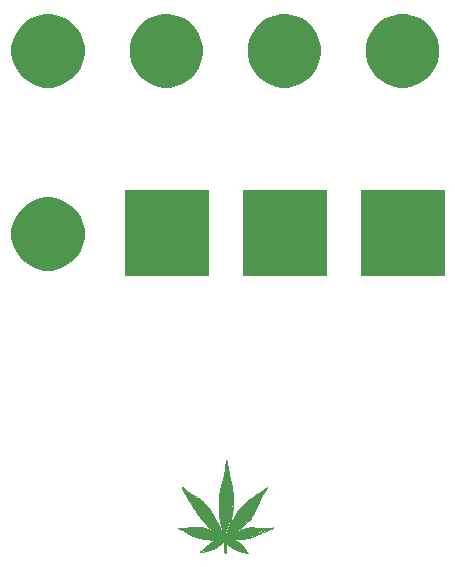
<source format=gbr>
G04 #@! TF.GenerationSoftware,KiCad,Pcbnew,(5.1.5-0)*
G04 #@! TF.CreationDate,2021-01-12T22:40:15-08:00*
G04 #@! TF.ProjectId,icbina,69636269-6e61-42e6-9b69-6361645f7063,rev?*
G04 #@! TF.SameCoordinates,Original*
G04 #@! TF.FileFunction,Soldermask,Top*
G04 #@! TF.FilePolarity,Negative*
%FSLAX46Y46*%
G04 Gerber Fmt 4.6, Leading zero omitted, Abs format (unit mm)*
G04 Created by KiCad (PCBNEW (5.1.5-0)) date 2021-01-12 22:40:15*
%MOMM*%
%LPD*%
G04 APERTURE LIST*
%ADD10C,0.100000*%
%ADD11C,0.000002*%
%ADD12C,0.001000*%
G04 APERTURE END LIST*
D10*
G36*
X118500000Y-131250000D02*
G01*
X111500000Y-131250000D01*
X111500000Y-124000000D01*
X118500000Y-124000000D01*
X118500000Y-131250000D01*
G37*
X118500000Y-131250000D02*
X111500000Y-131250000D01*
X111500000Y-124000000D01*
X118500000Y-124000000D01*
X118500000Y-131250000D01*
G36*
X128500000Y-131250000D02*
G01*
X121500000Y-131250000D01*
X121500000Y-124000000D01*
X128500000Y-124000000D01*
X128500000Y-131250000D01*
G37*
X128500000Y-131250000D02*
X121500000Y-131250000D01*
X121500000Y-124000000D01*
X128500000Y-124000000D01*
X128500000Y-131250000D01*
G36*
X138500000Y-131250000D02*
G01*
X131500000Y-131250000D01*
X131500000Y-124000000D01*
X138500000Y-124000000D01*
X138500000Y-131250000D01*
G37*
X138500000Y-131250000D02*
X131500000Y-131250000D01*
X131500000Y-124000000D01*
X138500000Y-124000000D01*
X138500000Y-131250000D01*
G36*
X120660400Y-153647650D02*
G01*
X121212850Y-153927050D01*
X121539875Y-154254075D01*
X121674813Y-154484263D01*
X121906588Y-154754138D01*
X121600200Y-154670000D01*
X121346200Y-154593800D01*
X121168400Y-154530300D01*
X120793750Y-154396950D01*
X120434975Y-154203275D01*
X120174625Y-153917525D01*
X120050800Y-153755600D01*
X120114300Y-153793700D01*
X120088900Y-153730200D01*
X120152400Y-153558750D01*
X120660400Y-153647650D01*
G37*
X120660400Y-153647650D02*
X121212850Y-153927050D01*
X121539875Y-154254075D01*
X121674813Y-154484263D01*
X121906588Y-154754138D01*
X121600200Y-154670000D01*
X121346200Y-154593800D01*
X121168400Y-154530300D01*
X120793750Y-154396950D01*
X120434975Y-154203275D01*
X120174625Y-153917525D01*
X120050800Y-153755600D01*
X120114300Y-153793700D01*
X120088900Y-153730200D01*
X120152400Y-153558750D01*
X120660400Y-153647650D01*
G36*
X119866650Y-153666700D02*
G01*
X119498350Y-154098500D01*
X119060200Y-154371550D01*
X118679200Y-154511250D01*
X117929900Y-154676350D01*
X118412500Y-154149300D01*
X118806200Y-153882600D01*
X119174500Y-153679400D01*
X119644400Y-153603200D01*
X119669800Y-153603200D01*
X119866650Y-153666700D01*
G37*
X119866650Y-153666700D02*
X119498350Y-154098500D01*
X119060200Y-154371550D01*
X118679200Y-154511250D01*
X117929900Y-154676350D01*
X118412500Y-154149300D01*
X118806200Y-153882600D01*
X119174500Y-153679400D01*
X119644400Y-153603200D01*
X119669800Y-153603200D01*
X119866650Y-153666700D01*
G36*
X123073400Y-152638000D02*
G01*
X123505200Y-152663400D01*
X124083207Y-152673943D01*
X123403600Y-152828500D01*
X122971800Y-153019000D01*
X122628900Y-153234900D01*
X122209800Y-153400000D01*
X121676400Y-153488900D01*
X121231900Y-153514300D01*
X120654050Y-153495250D01*
X120076200Y-153476200D01*
X120012700Y-153400000D01*
X120228600Y-153336500D01*
X120235585Y-153285700D01*
X120551815Y-153158700D01*
X121085850Y-152930100D01*
X121638300Y-152726900D01*
X122032000Y-152612600D01*
X122476500Y-152612600D01*
X123073400Y-152638000D01*
G37*
X123073400Y-152638000D02*
X123505200Y-152663400D01*
X124083207Y-152673943D01*
X123403600Y-152828500D01*
X122971800Y-153019000D01*
X122628900Y-153234900D01*
X122209800Y-153400000D01*
X121676400Y-153488900D01*
X121231900Y-153514300D01*
X120654050Y-153495250D01*
X120076200Y-153476200D01*
X120012700Y-153400000D01*
X120228600Y-153336500D01*
X120235585Y-153285700D01*
X120551815Y-153158700D01*
X121085850Y-152930100D01*
X121638300Y-152726900D01*
X122032000Y-152612600D01*
X122476500Y-152612600D01*
X123073400Y-152638000D01*
G36*
X123060700Y-149983700D02*
G01*
X122819400Y-150479000D01*
X122616200Y-150936200D01*
X122355850Y-151456900D01*
X122082800Y-151812500D01*
X121771650Y-152225250D01*
X121301750Y-152618950D01*
X120800100Y-152955500D01*
X119695200Y-153552400D01*
X119720600Y-153222200D01*
X120025400Y-153171400D01*
X120273050Y-152733250D01*
X120488950Y-152269700D01*
X120654050Y-151939500D01*
X120838200Y-151647400D01*
X121003300Y-151329900D01*
X121282700Y-150974300D01*
X121562100Y-150656800D01*
X121892300Y-150364700D01*
X122235200Y-150136100D01*
X122616200Y-149882100D01*
X123009900Y-149615400D01*
X123543300Y-149221700D01*
X123060700Y-149983700D01*
G37*
X123060700Y-149983700D02*
X122819400Y-150479000D01*
X122616200Y-150936200D01*
X122355850Y-151456900D01*
X122082800Y-151812500D01*
X121771650Y-152225250D01*
X121301750Y-152618950D01*
X120800100Y-152955500D01*
X119695200Y-153552400D01*
X119720600Y-153222200D01*
X120025400Y-153171400D01*
X120273050Y-152733250D01*
X120488950Y-152269700D01*
X120654050Y-151939500D01*
X120838200Y-151647400D01*
X121003300Y-151329900D01*
X121282700Y-150974300D01*
X121562100Y-150656800D01*
X121892300Y-150364700D01*
X122235200Y-150136100D01*
X122616200Y-149882100D01*
X123009900Y-149615400D01*
X123543300Y-149221700D01*
X123060700Y-149983700D01*
G36*
X120215900Y-147850100D02*
G01*
X120317500Y-148332700D01*
X120431800Y-148789900D01*
X120514350Y-149120100D01*
X120577850Y-149501100D01*
X120622300Y-150021800D01*
X120622300Y-150555200D01*
X120571500Y-151139400D01*
X120508000Y-151660100D01*
X120365125Y-152155400D01*
X120066675Y-153171400D01*
X119853950Y-153120600D01*
X119619000Y-152206200D01*
X119445962Y-151342600D01*
X119461837Y-150555200D01*
X119514225Y-149894800D01*
X119676150Y-149120100D01*
X119911100Y-148307300D01*
X120038100Y-147532600D01*
X120101600Y-147011900D01*
X120215900Y-147850100D01*
G37*
X120215900Y-147850100D02*
X120317500Y-148332700D01*
X120431800Y-148789900D01*
X120514350Y-149120100D01*
X120577850Y-149501100D01*
X120622300Y-150021800D01*
X120622300Y-150555200D01*
X120571500Y-151139400D01*
X120508000Y-151660100D01*
X120365125Y-152155400D01*
X120066675Y-153171400D01*
X119853950Y-153120600D01*
X119619000Y-152206200D01*
X119445962Y-151342600D01*
X119461837Y-150555200D01*
X119514225Y-149894800D01*
X119676150Y-149120100D01*
X119911100Y-148307300D01*
X120038100Y-147532600D01*
X120101600Y-147011900D01*
X120215900Y-147850100D01*
G36*
X116596400Y-149424900D02*
G01*
X116913900Y-149666200D01*
X117479050Y-149983700D01*
X118075950Y-150415500D01*
X118450600Y-150796500D01*
X118850650Y-151361650D01*
X119447550Y-152542750D01*
X119746000Y-153107900D01*
X119758700Y-153120600D01*
X119428500Y-153146000D01*
X119326900Y-153095200D01*
X118971300Y-152847550D01*
X118564900Y-152479250D01*
X118234700Y-152130000D01*
X117879100Y-151698200D01*
X117599700Y-151279100D01*
X117409200Y-151025100D01*
X117155200Y-150567900D01*
X116901200Y-150199600D01*
X116659900Y-149780500D01*
X116380500Y-149221700D01*
X116596400Y-149424900D01*
G37*
X116596400Y-149424900D02*
X116913900Y-149666200D01*
X117479050Y-149983700D01*
X118075950Y-150415500D01*
X118450600Y-150796500D01*
X118850650Y-151361650D01*
X119447550Y-152542750D01*
X119746000Y-153107900D01*
X119758700Y-153120600D01*
X119428500Y-153146000D01*
X119326900Y-153095200D01*
X118971300Y-152847550D01*
X118564900Y-152479250D01*
X118234700Y-152130000D01*
X117879100Y-151698200D01*
X117599700Y-151279100D01*
X117409200Y-151025100D01*
X117155200Y-150567900D01*
X116901200Y-150199600D01*
X116659900Y-149780500D01*
X116380500Y-149221700D01*
X116596400Y-149424900D01*
G36*
X118002925Y-152603075D02*
G01*
X118339475Y-152698325D01*
X118603000Y-152790400D01*
X119301500Y-153196800D01*
X119331980Y-153224740D01*
X119339600Y-153209500D01*
X119339600Y-153222200D01*
X119331980Y-153224740D01*
X119250700Y-153387300D01*
X119644400Y-153527000D01*
X119434850Y-153552400D01*
X119041150Y-153577800D01*
X118564900Y-153577800D01*
X118120400Y-153514300D01*
X117637800Y-153400000D01*
X117244100Y-153285700D01*
X116837700Y-153057100D01*
X116520200Y-152828500D01*
X116113800Y-152701500D01*
X116761500Y-152650700D01*
X117294900Y-152612600D01*
X117758450Y-152606250D01*
X118002925Y-152603075D01*
G37*
X118002925Y-152603075D02*
X118339475Y-152698325D01*
X118603000Y-152790400D01*
X119301500Y-153196800D01*
X119331980Y-153224740D01*
X119339600Y-153209500D01*
X119339600Y-153222200D01*
X119331980Y-153224740D01*
X119250700Y-153387300D01*
X119644400Y-153527000D01*
X119434850Y-153552400D01*
X119041150Y-153577800D01*
X118564900Y-153577800D01*
X118120400Y-153514300D01*
X117637800Y-153400000D01*
X117244100Y-153285700D01*
X116837700Y-153057100D01*
X116520200Y-152828500D01*
X116113800Y-152701500D01*
X116761500Y-152650700D01*
X117294900Y-152612600D01*
X117758450Y-152606250D01*
X118002925Y-152603075D01*
G36*
X120000000Y-153184100D02*
G01*
X119788862Y-153377775D01*
X120007937Y-153473025D01*
X120758825Y-154015950D01*
X120577850Y-154111200D01*
X120000000Y-153654000D01*
X120012700Y-154746200D01*
X119898400Y-154606500D01*
X119892050Y-153717500D01*
X119936500Y-153717500D01*
X119555500Y-153501600D01*
X119269750Y-153349200D01*
X119434850Y-153069800D01*
X120000000Y-153184100D01*
G37*
X120000000Y-153184100D02*
X119788862Y-153377775D01*
X120007937Y-153473025D01*
X120758825Y-154015950D01*
X120577850Y-154111200D01*
X120000000Y-153654000D01*
X120012700Y-154746200D01*
X119898400Y-154606500D01*
X119892050Y-153717500D01*
X119936500Y-153717500D01*
X119555500Y-153501600D01*
X119269750Y-153349200D01*
X119434850Y-153069800D01*
X120000000Y-153184100D01*
D11*
X119479586Y-151496968D02*
X119486414Y-151563404D01*
X116060628Y-152685206D02*
G75*
G02X116062745Y-152680474I8833J-1112D01*
G01*
X116062745Y-152680475D02*
G75*
G02X116067170Y-152677659I6961J-6056D01*
G01*
X116067171Y-152677659D02*
G75*
G02X116076272Y-152675641I21302J-74534D01*
G01*
X116119176Y-152669928D02*
X116076272Y-152675641D01*
X116175382Y-152664579D02*
X116119176Y-152669928D01*
X116249523Y-152659059D02*
X116175382Y-152664579D01*
X116350810Y-152652773D02*
X116249523Y-152659059D01*
X116464250Y-152645535D02*
X116350810Y-152652773D01*
X116555159Y-152638329D02*
X116464250Y-152645535D01*
X116635946Y-152630142D02*
X116555159Y-152638329D01*
X116717522Y-152619967D02*
X116635946Y-152630142D01*
X116795588Y-152610763D02*
X116717522Y-152619967D01*
X116894548Y-152601810D02*
X116795588Y-152610763D01*
X117002731Y-152593949D02*
X116894548Y-152601810D01*
X117110022Y-152588039D02*
X117002731Y-152593949D01*
X117158893Y-152585783D02*
X117110022Y-152588039D01*
X117228084Y-152582592D02*
X117158893Y-152585783D01*
X117303746Y-152579104D02*
X117228084Y-152582592D01*
X117375022Y-152575821D02*
X117303746Y-152579104D01*
X117542892Y-152568843D02*
X117375022Y-152575821D01*
X117717753Y-152563052D02*
X117542892Y-152568843D01*
X117891324Y-152558069D02*
X117717753Y-152563052D01*
X117891324Y-152558069D02*
G75*
G02X117900393Y-152560507I462J-16364D01*
G01*
X117903889Y-152561762D02*
G75*
G02X117900393Y-152560507I1209J8867D01*
G01*
X117919388Y-152563775D02*
X117903889Y-152561762D01*
X117937771Y-152565819D02*
X117919388Y-152563775D01*
X117958715Y-152567713D02*
X117937771Y-152565819D01*
X119470054Y-151387481D02*
X119472649Y-151417124D01*
X120612378Y-153547086D02*
X120657522Y-153550622D01*
X120563537Y-153543388D02*
X120612378Y-153547086D01*
X120518194Y-153540058D02*
X120563537Y-153543388D01*
X120485022Y-153537755D02*
X120518194Y-153540058D01*
X120453615Y-153535486D02*
X120485022Y-153537755D01*
X120414584Y-153532326D02*
X120453615Y-153535486D01*
X120374606Y-153528849D02*
X120414584Y-153532326D01*
X120340022Y-153525579D02*
X120374606Y-153528849D01*
X120278512Y-153520402D02*
X120340022Y-153525579D01*
X120226901Y-153518134D02*
X120278512Y-153520402D01*
X118831364Y-151280665D02*
X118702584Y-151073051D01*
X118960123Y-151510277D02*
X118831364Y-151280665D01*
X120263811Y-153544985D02*
X120225611Y-153537712D01*
X120301820Y-153551668D02*
X120263811Y-153544985D01*
X120327522Y-153555429D02*
X120301820Y-153551668D01*
X120327522Y-153555429D02*
G75*
G02X120415850Y-153571576I-96572J-777952D01*
G01*
X120542223Y-153604860D02*
X120415850Y-153571576D01*
X120681550Y-153647366D02*
X120542223Y-153604860D01*
X120815022Y-153694009D02*
X120681550Y-153647366D01*
X120858649Y-153711046D02*
X120815022Y-153694009D01*
X120904637Y-153730487D02*
X120858649Y-153711046D01*
X120952079Y-153751930D02*
X120904637Y-153730487D01*
X121000085Y-153774987D02*
X120952079Y-153751930D01*
X121000085Y-153774988D02*
G75*
G02X121152408Y-153862179I-639105J-1293158D01*
G01*
X119600081Y-152247260D02*
X119602098Y-152257528D01*
X122620021Y-150915299D02*
G75*
G02X122619743Y-150916562I-3003J0D01*
G01*
X122611209Y-150934952D02*
X122619743Y-150916562D01*
X122601523Y-150955632D02*
X122611209Y-150934952D01*
X122590022Y-150979870D02*
X122601523Y-150955632D01*
X122578521Y-151004146D02*
X122590022Y-150979870D01*
X122568834Y-151024951D02*
X122578521Y-151004146D01*
X122560385Y-151043329D02*
X122568834Y-151024951D01*
X122560021Y-151044995D02*
G75*
G02X122560385Y-151043329I3995J0D01*
G01*
X122560021Y-151044995D02*
G75*
G02X122559292Y-151048297I-7840J0D01*
G01*
X122520677Y-151131421D02*
X122559292Y-151048297D01*
X122477758Y-151223339D02*
X122520677Y-151131421D01*
X122427442Y-151330277D02*
X122477758Y-151223339D01*
X122404537Y-151378174D02*
X122427442Y-151330277D01*
X122376801Y-151434980D02*
X122404537Y-151378174D01*
X122347730Y-151493998D02*
X122376801Y-151434980D01*
X122347731Y-151493997D02*
G75*
G02X122345022Y-151497777I-12801J6311D01*
G01*
X122343589Y-151499614D02*
G75*
G02X122345022Y-151497777I8150J-4881D01*
G01*
X122340177Y-151505418D02*
X122343588Y-151499615D01*
X122336238Y-151512435D02*
X122340177Y-151505418D01*
X122332041Y-151520277D02*
X122336238Y-151512435D01*
X122323008Y-151537116D02*
X122332041Y-151520277D01*
X122312309Y-151556309D02*
X122323008Y-151537116D01*
X122301117Y-151575799D02*
X122312309Y-151556309D01*
X122290563Y-151593576D02*
X122301117Y-151575799D01*
X122286359Y-151600601D02*
X122290563Y-151593576D01*
X122279895Y-151611546D02*
X122286359Y-151600601D01*
X122272630Y-151623921D02*
X122279895Y-151611546D01*
X122265538Y-151636076D02*
X122272630Y-151623921D01*
X122265539Y-151636076D02*
G75*
G02X122176513Y-151774537I-1594117J927112D01*
G01*
X122060765Y-151928716D02*
X122176513Y-151774537D01*
X121929379Y-152085115D02*
X122060765Y-151928716D01*
X121792561Y-152230767D02*
X121929379Y-152085115D01*
X121792561Y-152230767D02*
G75*
G02X121512462Y-152488051I-2992746J2977019D01*
G01*
X121202444Y-152726945D02*
X121512462Y-152488051D01*
X120846530Y-152958868D02*
X121202444Y-152726945D01*
X120427522Y-153195384D02*
X120846530Y-152958868D01*
X120407210Y-153206206D02*
X120427522Y-153195384D01*
X120383256Y-153219049D02*
X120407210Y-153206206D01*
X120359541Y-153231825D02*
X120383256Y-153219049D01*
X120340022Y-153242411D02*
X120359541Y-153231825D01*
X120322766Y-153251769D02*
X120340022Y-153242411D01*
X120306062Y-153260749D02*
X120322766Y-153251769D01*
X120291782Y-153268359D02*
X120306062Y-153260749D01*
X120284097Y-153272337D02*
X120291782Y-153268359D01*
X120267847Y-153282144D02*
G75*
G02X120284097Y-153272337I73169J-102870D01*
G01*
X120251467Y-153295234D02*
G75*
G02X120267847Y-153282145I125077J-139731D01*
G01*
X120238112Y-153308375D02*
G75*
G02X120251467Y-153295234I145858J-134885D01*
G01*
X120235021Y-153316267D02*
G75*
G02X120238111Y-153308375I11624J0D01*
G01*
X120235871Y-153319781D02*
G75*
G02X120235022Y-153316267I6849J3514D01*
G01*
X120238155Y-153321737D02*
G75*
G02X120235870Y-153319780I1247J3768D01*
G01*
X120242397Y-153322198D02*
G75*
G02X120238155Y-153321737I-1044J10127D01*
G01*
X120249641Y-153321103D02*
G75*
G02X120242398Y-153322199I-15184J75919D01*
G01*
X120268149Y-153315366D02*
G75*
G02X120249641Y-153321104I-36945J86448D01*
G01*
X120328992Y-153289023D02*
X120268149Y-153315366D01*
X120396972Y-153258528D02*
X120328992Y-153289023D01*
X120465022Y-153226643D02*
X120396972Y-153258528D01*
X120488044Y-153215656D02*
X120465022Y-153226643D01*
X120513850Y-153203400D02*
X120488044Y-153215656D01*
X120538478Y-153191750D02*
X120513850Y-153203400D01*
X120557522Y-153182798D02*
X120538478Y-153191750D01*
X120577497Y-153173393D02*
X120557522Y-153182798D01*
X120605600Y-153160054D02*
X120577497Y-153173393D01*
X120636247Y-153145444D02*
X120605600Y-153160054D01*
X120665022Y-153131661D02*
X120636247Y-153145444D01*
X120719936Y-153105361D02*
X120665022Y-153131661D01*
X120761702Y-153085535D02*
X120719936Y-153105361D01*
X120796707Y-153069148D02*
X120761702Y-153085535D01*
X120830022Y-153053816D02*
X120796707Y-153069148D01*
X120865354Y-153037574D02*
X120830022Y-153053816D01*
X120931774Y-153006749D02*
X120865354Y-153037574D01*
X120999694Y-152975132D02*
X120931774Y-153006749D01*
X121047522Y-152952733D02*
X120999694Y-152975132D01*
X121194502Y-152884657D02*
X121047522Y-152952733D01*
X121345333Y-152816903D02*
X121194502Y-152884657D01*
X121483653Y-152756658D02*
X121345333Y-152816903D01*
X121590022Y-152712680D02*
X121483653Y-152756658D01*
X121643337Y-152691611D02*
X121590022Y-152712680D01*
X121678135Y-152678359D02*
X121643337Y-152691611D01*
X121707932Y-152667769D02*
X121678135Y-152678359D01*
X121742522Y-152656289D02*
X121707932Y-152667769D01*
X121801620Y-152638467D02*
X121742522Y-152656289D01*
X121863071Y-152622384D02*
X121801620Y-152638467D01*
X121924574Y-152608597D02*
X121863071Y-152622384D01*
X121983822Y-152597669D02*
X121924574Y-152608597D01*
X122025789Y-152591782D02*
X121983822Y-152597669D01*
X122061324Y-152588975D02*
X122025789Y-152591782D01*
X122105896Y-152588261D02*
X122061324Y-152588975D01*
X122186322Y-152589370D02*
X122105896Y-152588261D01*
X122243234Y-152590735D02*
X122186322Y-152589370D01*
X122301607Y-152592737D02*
X122243234Y-152590735D01*
X122353546Y-152595032D02*
X122301607Y-152592737D01*
X122387522Y-152597267D02*
X122353546Y-152595032D01*
X122418287Y-152599702D02*
X122387522Y-152597267D01*
X122457662Y-152602627D02*
X122418287Y-152599702D01*
X122498691Y-152605545D02*
X122457662Y-152602627D01*
X122535022Y-152607990D02*
X122498691Y-152605545D01*
X122572057Y-152610418D02*
X122535022Y-152607990D01*
X122615318Y-152613293D02*
X122572057Y-152610418D01*
X122657867Y-152616150D02*
X122615318Y-152613293D01*
X122692522Y-152618510D02*
X122657867Y-152616150D01*
X122745145Y-152620680D02*
X122692522Y-152618510D01*
X122937897Y-152623130D02*
X122745145Y-152620680D01*
X123166132Y-152625346D02*
X122937897Y-152623130D01*
X123422522Y-152626997D02*
X123166132Y-152625346D01*
X123760194Y-152628974D02*
X123422522Y-152626997D01*
X123946598Y-152630953D02*
X123760194Y-152628974D01*
X124075267Y-152633028D02*
X123946598Y-152630953D01*
X124075267Y-152633028D02*
G75*
G02X124088772Y-152636729I-500J-28318D01*
G01*
X124088772Y-152636728D02*
G75*
G02X124097766Y-152645160I-13045J-22929D01*
G01*
X124097766Y-152645160D02*
G75*
G02X124100023Y-152655412I-12281J-8079D01*
G01*
X124100023Y-152655413D02*
G75*
G02X124094871Y-152665674I-18220J2725D01*
G01*
X124094870Y-152665673D02*
G75*
G02X124083207Y-152673943I-29662J29474D01*
G01*
X124083208Y-152673944D02*
G75*
G02X124065174Y-152681131I-63623J133418D01*
G01*
X124000776Y-152701805D02*
X124065174Y-152681131D01*
X123938093Y-152721392D02*
X124000776Y-152701805D01*
X123902522Y-152731377D02*
X123938093Y-152721392D01*
X123773171Y-152768169D02*
X123902522Y-152731377D01*
X123598786Y-152825203D02*
X123773171Y-152768169D01*
X123419767Y-152888251D02*
X123598786Y-152825203D01*
X123272522Y-152945274D02*
X123419767Y-152888251D01*
X123149199Y-152998078D02*
X123272522Y-152945274D01*
X123003927Y-153064591D02*
X123149199Y-152998078D01*
X122862600Y-153132490D02*
X123003927Y-153064591D01*
X122752522Y-153189199D02*
X122862600Y-153132490D01*
X122618504Y-153260433D02*
X122752522Y-153189199D01*
X122533440Y-153302696D02*
X122618504Y-153260433D01*
X122458987Y-153335131D02*
X122533440Y-153302696D01*
X122367522Y-153370178D02*
X122458987Y-153335131D01*
X122292423Y-153397307D02*
X122367522Y-153370178D01*
X122252851Y-153410723D02*
X122292423Y-153397307D01*
X122213400Y-153422598D02*
X122252851Y-153410723D01*
X122140022Y-153443034D02*
X122213400Y-153422598D01*
X122020804Y-153472545D02*
X122140022Y-153443034D01*
X121883620Y-153500279D02*
X122020804Y-153472545D01*
X121745884Y-153523156D02*
X121883620Y-153500279D01*
X121625022Y-153537838D02*
X121745884Y-153523156D01*
X121601013Y-153540138D02*
X121625022Y-153537838D01*
X121566506Y-153543487D02*
X121601013Y-153540138D01*
X121528547Y-153547195D02*
X121566506Y-153543487D01*
X121492522Y-153550739D02*
X121528547Y-153547195D01*
X121358935Y-153558145D02*
X121492522Y-153550739D01*
X121086190Y-153559806D02*
X121358935Y-153558145D01*
X120813070Y-153557895D02*
X121086190Y-153559806D01*
X120657522Y-153550622D02*
X120813070Y-153557895D01*
X120184700Y-153517876D02*
X120226901Y-153518134D01*
X120180021Y-153522584D02*
G75*
G02X120184700Y-153517876I4709J-1D01*
G01*
X120181145Y-153524719D02*
G75*
G02X120180022Y-153522585I1466J2134D01*
G01*
X120185529Y-153527293D02*
G75*
G02X120181144Y-153524719I15819J31971D01*
G01*
X119110636Y-151788155D02*
X119094341Y-151758062D01*
X119121221Y-151807777D02*
X119110636Y-151788155D01*
X120511249Y-152183226D02*
X120464982Y-152280277D01*
X120596807Y-152012328D02*
X120511249Y-152183226D01*
X120683548Y-151841636D02*
X120596807Y-152012328D01*
X120724269Y-151766527D02*
X120683548Y-151841636D01*
X120738678Y-151741366D02*
X120724269Y-151766527D01*
X120749929Y-151721636D02*
X120738678Y-151741366D01*
X120759609Y-151704555D02*
X120749929Y-151721636D01*
X120769048Y-151687777D02*
X120759609Y-151704555D01*
X120775983Y-151675624D02*
X120769048Y-151687777D01*
X120787590Y-151655731D02*
X120775983Y-151675624D01*
X120800976Y-151632985D02*
X120787590Y-151655731D01*
X120814458Y-151610277D02*
X120800976Y-151632985D01*
X120827575Y-151588268D02*
X120814458Y-151610277D01*
X120839864Y-151567624D02*
X120827575Y-151588268D01*
X120850197Y-151550243D02*
X120839864Y-151567624D01*
X120854889Y-151542307D02*
X120850197Y-151550243D01*
X120899259Y-151470233D02*
X120854889Y-151542307D01*
X120962393Y-151373837D02*
X120899259Y-151470233D01*
X121029939Y-151274271D02*
X120962393Y-151373837D01*
X121089543Y-151190277D02*
X121029939Y-151274271D01*
X121146819Y-151113641D02*
X121089543Y-151190277D01*
X121217177Y-151023061D02*
X121146819Y-151113641D01*
X121284639Y-150938542D02*
X121217177Y-151023061D01*
X121327847Y-150887777D02*
X121284639Y-150938542D01*
X122635064Y-150881889D02*
X122644416Y-150861958D01*
X122627187Y-150898945D02*
X122635064Y-150881889D01*
X122620294Y-150914044D02*
X122627187Y-150898945D01*
X122620022Y-150915299D02*
G75*
G02X122620294Y-150914044I3026J0D01*
G01*
X119075985Y-151724222D02*
X119058037Y-151691194D01*
X119094341Y-151758062D02*
X119075985Y-151724222D01*
X121912904Y-154782618D02*
G75*
G02X121912962Y-154790934I-10582J-4233D01*
G01*
X121912961Y-154790934D02*
G75*
G02X121910571Y-154793771I-5287J2029D01*
G01*
X121910571Y-154793771D02*
G75*
G02X121905675Y-154795933I-11328J19028D01*
G01*
X121905675Y-154795934D02*
G75*
G02X121898837Y-154797326I-10822J35655D01*
G01*
X121898838Y-154797325D02*
G75*
G02X121890414Y-154797777I-8424J78322D01*
G01*
X120393609Y-152441378D02*
X120385721Y-152460277D01*
X120420843Y-152379384D02*
X120393609Y-152441378D01*
X120447720Y-152318594D02*
X120420843Y-152379384D01*
X120464982Y-152280277D02*
X120447720Y-152318594D01*
X121890414Y-154797778D02*
G75*
G02X121875921Y-154796825I0J110737D01*
G01*
X121875921Y-154796825D02*
G75*
G02X121863016Y-154793965I9971J75534D01*
G01*
X121863016Y-154793965D02*
G75*
G02X121846281Y-154787761I53575J170197D01*
G01*
X121815022Y-154774046D02*
X121846281Y-154787761D01*
X121751838Y-154747762D02*
X121815022Y-154774046D01*
X121685736Y-154724319D02*
X121751838Y-154747762D01*
X121614120Y-154702862D02*
X121685736Y-154724319D01*
X121534294Y-154682548D02*
X121614120Y-154702862D01*
X121397606Y-154649292D02*
X121534294Y-154682548D01*
X119130128Y-151824323D02*
X119121221Y-151807777D01*
X119140235Y-151843074D02*
X119130128Y-151824323D01*
X120253305Y-152786243D02*
X120244490Y-152806661D01*
X120263179Y-152762378D02*
X120253305Y-152786243D01*
X120274497Y-152734151D02*
X120263179Y-152762378D01*
X120287768Y-152700277D02*
X120274497Y-152734151D01*
X120293655Y-152685324D02*
X120287768Y-152700277D01*
X120300109Y-152669333D02*
X120293655Y-152685324D01*
X120306173Y-152654627D02*
X120300109Y-152669333D01*
X121152408Y-153862178D02*
G75*
G02X121290509Y-153965987I-743206J-1132487D01*
G01*
X121290509Y-153965987D02*
G75*
G02X121408604Y-154081641I-808447J-943632D01*
G01*
X121408604Y-154081641D02*
G75*
G02X121501099Y-154204225I-691614J-618042D01*
G01*
X121593113Y-154347827D02*
X121501099Y-154204225D01*
X121658325Y-154444131D02*
X121593113Y-154347827D01*
X121719278Y-154526381D02*
X121658325Y-154444131D01*
X121794380Y-154620045D02*
X121719278Y-154526381D01*
X121837947Y-154672822D02*
X121794380Y-154620045D01*
X121851771Y-154689809D02*
X121837947Y-154672822D01*
X121862079Y-154703035D02*
X121851771Y-154689809D01*
X119634498Y-149170277D02*
X119620636Y-149220269D01*
X120310691Y-152644082D02*
X120306173Y-152654627D01*
X120314264Y-152635606D02*
X120310691Y-152644082D01*
X120317281Y-152627667D02*
X120314264Y-152635606D01*
X120319553Y-152620959D02*
X120317281Y-152627667D01*
X120320021Y-152617966D02*
G75*
G02X120319553Y-152620959I-9805J0D01*
G01*
X120320021Y-152617965D02*
G75*
G02X120320501Y-152614968I9600J-1D01*
G01*
X120322848Y-152608209D02*
X120320501Y-152614968D01*
X120325958Y-152600210D02*
X120322848Y-152608209D01*
X120329642Y-152591661D02*
X120325958Y-152600210D01*
X120343866Y-152559784D02*
X120329642Y-152591661D01*
X120352969Y-152538632D02*
X120343866Y-152559784D01*
X120359166Y-152523491D02*
X120352969Y-152538632D01*
X120360007Y-152519082D02*
G75*
G02X120359166Y-152523491I-11749J-43D01*
G01*
X120360007Y-152519082D02*
G75*
G02X120360459Y-152516632I6738J25D01*
G01*
X120363194Y-152509786D02*
X120360459Y-152516632D01*
X120366707Y-152501673D02*
X120363194Y-152509786D01*
X120370874Y-152492777D02*
X120366707Y-152501673D01*
X120375330Y-152483430D02*
X120370874Y-152492777D01*
X120379723Y-152473949D02*
X120375330Y-152483430D01*
X120383495Y-152465577D02*
X120379723Y-152473949D01*
X120385721Y-152460277D02*
X120383495Y-152465577D01*
X121877281Y-154723316D02*
X121862079Y-154703035D01*
X121893683Y-154746689D02*
X121877281Y-154723316D01*
X121893683Y-154746690D02*
G75*
G02X121905528Y-154766666I-194982J-129113D01*
G01*
X121905528Y-154766666D02*
G75*
G02X121912903Y-154782618I-148143J-78170D01*
G01*
X121337272Y-150877192D02*
X121327847Y-150887777D01*
X121357031Y-150854856D02*
X121337272Y-150877192D01*
X121380430Y-150828361D02*
X121357031Y-150854856D01*
X121405193Y-150800277D02*
X121380430Y-150828361D01*
X121513704Y-150683304D02*
X121405193Y-150800277D01*
X121646053Y-150552079D02*
X121513704Y-150683304D01*
X121777297Y-150430085D02*
X121646053Y-150552079D01*
X121880250Y-150344220D02*
X121777297Y-150430085D01*
X121967428Y-150278727D02*
X121880250Y-150344220D01*
X122046415Y-150223278D02*
X121967428Y-150278727D01*
X122148457Y-150156351D02*
X122046415Y-150223278D01*
X122327522Y-150042769D02*
X122148457Y-150156351D01*
X122389629Y-150003344D02*
X122327522Y-150042769D01*
X122456365Y-149960469D02*
X122389629Y-150003344D01*
X122517965Y-149920471D02*
X122456365Y-149960469D01*
X122562522Y-149890991D02*
X122517965Y-149920471D01*
X122697222Y-149799298D02*
X122562522Y-149890991D01*
X122820866Y-149712251D02*
X122697222Y-149799298D01*
X122968690Y-149604774D02*
X122820866Y-149712251D01*
X123190022Y-149440957D02*
X122968690Y-149604774D01*
X123233928Y-149408350D02*
X123190022Y-149440957D01*
X123276959Y-149376446D02*
X123233928Y-149408350D01*
X123314011Y-149349020D02*
X123276959Y-149376446D01*
X123335022Y-149333543D02*
X123314011Y-149349020D01*
X123351209Y-149321646D02*
X123335022Y-149333543D01*
X123368850Y-149308643D02*
X123351209Y-149321646D01*
X123385320Y-149296471D02*
X123368850Y-149308643D01*
X123397522Y-149287414D02*
X123385320Y-149296471D01*
X123437477Y-149259270D02*
X123397522Y-149287414D01*
X123492952Y-149223208D02*
X123437477Y-149259270D01*
X123549438Y-149187759D02*
X123492952Y-149223208D01*
X123549438Y-149187760D02*
G75*
G02X123564761Y-149181269I28471J-45884D01*
G01*
X123564761Y-149181268D02*
G75*
G02X123577504Y-149179947I10974J-43717D01*
G01*
X123577504Y-149179947D02*
G75*
G02X123584070Y-149184069I-305J-7776D01*
G01*
X123584070Y-149184070D02*
G75*
G02X123584527Y-149192656I-8997J-4784D01*
G01*
X123584527Y-149192655D02*
G75*
G02X123577667Y-149205539I-63438J25510D01*
G01*
X123565329Y-149222507D02*
X123577667Y-149205539D01*
X123545976Y-149246851D02*
X123565329Y-149222507D01*
X123526429Y-149270518D02*
X123545976Y-149246851D01*
X123526429Y-149270517D02*
G75*
G02X123516963Y-149280277I-72727J61071D01*
G01*
X123499895Y-149298072D02*
G75*
G02X123516963Y-149280277I123500J-101373D01*
G01*
X123445948Y-149364257D02*
X123499895Y-149298072D01*
X123391922Y-149431904D02*
X123445948Y-149364257D01*
X123351038Y-149485277D02*
X123391922Y-149431904D01*
X123274034Y-149593698D02*
X123351038Y-149485277D01*
X123213980Y-149689678D02*
X123274034Y-149593698D01*
X123148409Y-149810452D02*
X123213980Y-149689678D01*
X123045463Y-150015277D02*
X123148409Y-149810452D01*
X123012314Y-150082396D02*
X123045463Y-150015277D01*
X122982337Y-150143418D02*
X123012314Y-150082396D01*
X122957300Y-150194652D02*
X122982337Y-150143418D01*
X122948740Y-150212777D02*
X122957300Y-150194652D01*
X122933870Y-150244997D02*
X122948740Y-150212777D01*
X122898656Y-150320485D02*
X122933870Y-150244997D01*
X122863434Y-150395815D02*
X122898656Y-150320485D01*
X122842505Y-150440277D02*
X122863434Y-150395815D01*
X122836270Y-150453483D02*
X122842505Y-150440277D01*
X122826572Y-150474090D02*
X122836270Y-150453483D01*
X122815623Y-150497387D02*
X122826572Y-150474090D01*
X122804881Y-150520277D02*
X122815623Y-150497387D01*
X122752656Y-150631614D02*
X122804881Y-150520277D01*
X122705466Y-150732138D02*
X122752656Y-150631614D01*
X122666565Y-150814935D02*
X122705466Y-150732138D01*
X122644416Y-150861958D02*
X122666565Y-150814935D01*
X119456089Y-150170173D02*
X119450432Y-150247777D01*
X119491414Y-149834273D02*
X119489359Y-149851746D01*
X119499812Y-151675277D02*
X119502112Y-151691881D01*
X117220022Y-153304199D02*
X117285345Y-153331444D01*
X117172193Y-153282386D02*
X117220022Y-153304199D01*
X117096008Y-153245116D02*
X117172193Y-153282386D01*
X117013874Y-153204229D02*
X117096008Y-153245116D01*
X117958715Y-152567712D02*
G75*
G02X118037077Y-152577867I-68767J-838110D01*
G01*
X118134167Y-152597547D02*
X118037077Y-152577867D01*
X118238541Y-152623880D02*
X118134167Y-152597547D01*
X118340022Y-152654629D02*
X118238541Y-152623880D01*
X118411345Y-152678648D02*
X118340022Y-152654629D01*
X118462918Y-152697344D02*
X118411345Y-152678648D01*
X118514767Y-152718060D02*
X118462918Y-152697344D01*
X118587522Y-152748978D02*
X118514767Y-152718060D01*
X118636095Y-152771297D02*
X118587522Y-152748978D01*
X118722054Y-152813707D02*
X118636095Y-152771297D01*
X118807800Y-152857003D02*
X118722054Y-152813707D01*
X118857522Y-152883724D02*
X118807800Y-152857003D01*
X118874485Y-152893290D02*
X118857522Y-152883724D01*
X118892381Y-152903359D02*
X118874485Y-152893290D01*
X118908665Y-152912503D02*
X118892381Y-152903359D01*
X118920022Y-152918855D02*
X118908665Y-152912503D01*
X118967579Y-152946350D02*
X118920022Y-152918855D01*
X119029264Y-152983880D02*
X118967579Y-152946350D01*
X119094127Y-153024579D02*
X119029264Y-152983880D01*
X119152522Y-153062529D02*
X119094127Y-153024579D01*
X119269621Y-153139782D02*
X119152522Y-153062529D01*
X119284217Y-153142895D02*
G75*
G02X119269621Y-153139782I-3296J20324D01*
G01*
X119285880Y-153136626D02*
G75*
G02X119284217Y-153142894I-2231J-2763D01*
G01*
X119186635Y-153056997D02*
X119285879Y-153136626D01*
X119076355Y-152968615D02*
X119186635Y-153056997D01*
X118955655Y-152871064D02*
X119076355Y-152968615D01*
X118846190Y-152782022D02*
X118955655Y-152871064D01*
X118797522Y-152741366D02*
X118846190Y-152782022D01*
X118560218Y-152528564D02*
X118797522Y-152741366D01*
X118331976Y-152303889D02*
X118560218Y-152528564D01*
X118126302Y-152081368D02*
X118331976Y-152303889D01*
X117957522Y-151875413D02*
X118126302Y-152081368D01*
X117947035Y-151861730D02*
X117957522Y-151875413D01*
X117930933Y-151840881D02*
X117947035Y-151861730D01*
X117912804Y-151817489D02*
X117930933Y-151840881D01*
X117895094Y-151794720D02*
X117912804Y-151817489D01*
X117850771Y-151736679D02*
X117895094Y-151794720D01*
X117798022Y-151665362D02*
X117850771Y-151736679D01*
X117743294Y-151589659D02*
X117798022Y-151665362D01*
X117692611Y-151517777D02*
X117743294Y-151589659D01*
X117615794Y-151405183D02*
X117692611Y-151517777D01*
X117503314Y-151236047D02*
X117615794Y-151405183D01*
X117392960Y-151068079D02*
X117503314Y-151236047D01*
X117327810Y-150965811D02*
X117392960Y-151068079D01*
X117312852Y-150941839D02*
X117327810Y-150965811D01*
X117293501Y-150911028D02*
X117312852Y-150941839D01*
X117273210Y-150878853D02*
X117293501Y-150911028D01*
X117255098Y-150850277D02*
X117273210Y-150878853D01*
X117232466Y-150814465D02*
X117255098Y-150850277D01*
X117194344Y-150753699D02*
X117232466Y-150814465D01*
X117150478Y-150683586D02*
X117194344Y-150753699D01*
X117106299Y-150612777D02*
X117150478Y-150683586D01*
X117063762Y-150544522D02*
X117106299Y-150612777D01*
X117024866Y-150482137D02*
X117063762Y-150544522D01*
X116992249Y-150429846D02*
X117024866Y-150482137D01*
X116980010Y-150410277D02*
X116992249Y-150429846D01*
X116937630Y-150341590D02*
X116980010Y-150410277D01*
X116867790Y-150226106D02*
X116937630Y-150341590D01*
X116797729Y-150109490D02*
X116867790Y-150226106D01*
X116772165Y-150065277D02*
X116797729Y-150109490D01*
X116769328Y-150060248D02*
X116772165Y-150065277D01*
X116765217Y-150053074D02*
X116769328Y-150060248D01*
X116760674Y-150045211D02*
X116765217Y-150053074D01*
X116756342Y-150037777D02*
X116760674Y-150045211D01*
X116727044Y-149987083D02*
X116756342Y-150037777D01*
X116668968Y-149885057D02*
X116727044Y-149987083D01*
X116610346Y-149781702D02*
X116668968Y-149885057D01*
X116588754Y-149742777D02*
X116610346Y-149781702D01*
X116579351Y-149725536D02*
X116588754Y-149742777D01*
X116567835Y-149704543D02*
X116579351Y-149725536D01*
X116556140Y-149683314D02*
X116567835Y-149704543D01*
X116546150Y-149665277D02*
X116556140Y-149683314D01*
X116517394Y-149610797D02*
X116546150Y-149665277D01*
X116462647Y-149500518D02*
X116517394Y-149610797D01*
X116402078Y-149377345D02*
X116462647Y-149500518D01*
X116402079Y-149377345D02*
G75*
G02X116400022Y-149368491I18028J8854D01*
G01*
X116399530Y-149365636D02*
G75*
G02X116400022Y-149368491I-8045J-2855D01*
G01*
X116397209Y-149359477D02*
X116399530Y-149365636D01*
X116394113Y-149352210D02*
X116397209Y-149359477D01*
X116390446Y-149344500D02*
X116394113Y-149352210D01*
X116390446Y-149344500D02*
G75*
G02X116375567Y-149310779I353949J176315D01*
G01*
X116362376Y-149272674D02*
X116375567Y-149310779D01*
X116352797Y-149237022D02*
X116362376Y-149272674D01*
X116352798Y-149237021D02*
G75*
G02X116350022Y-149212709I105091J24312D01*
G01*
X116350022Y-149212709D02*
G75*
G02X116352313Y-149201889I26694J0D01*
G01*
X116352313Y-149201889D02*
G75*
G02X116358734Y-149193767I19006J-8428D01*
G01*
X116358734Y-149193767D02*
G75*
G02X116368045Y-149189963I11741J-15439D01*
G01*
X116368045Y-149189963D02*
G75*
G02X116378409Y-149191121I2783J-22042D01*
G01*
X119299378Y-153149505D02*
G75*
G02X119307816Y-153155118I-42084J-72409D01*
G01*
X119293690Y-153148010D02*
G75*
G02X119299378Y-153149505I137J-11046D01*
G01*
X119292163Y-153150169D02*
G75*
G02X119293690Y-153148010I1547J525D01*
G01*
X119295021Y-153155277D02*
G75*
G02X119292163Y-153150169I12406J10295D01*
G01*
X119298004Y-153158135D02*
G75*
G02X119295022Y-153155277I10995J14458D01*
G01*
X119301808Y-153160528D02*
G75*
G02X119298004Y-153158136I11528J22553D01*
G01*
X119305813Y-153162133D02*
G75*
G02X119301808Y-153160528I6762J22671D01*
G01*
X119309384Y-153162619D02*
G75*
G02X119305813Y-153162133I-229J11691D01*
G01*
X119313439Y-153162263D02*
G75*
G02X119309384Y-153162618I-4642J29680D01*
G01*
X119314221Y-153161131D02*
G75*
G02X119313438Y-153162263I-929J-194D01*
G01*
X119313100Y-153159282D02*
G75*
G02X119314221Y-153161131I-2062J-2515D01*
G01*
X119307816Y-153155118D02*
X119313100Y-153159282D01*
X120082574Y-146969496D02*
G75*
G02X120091771Y-146960571I24520J-16067D01*
G01*
X120091771Y-146960571D02*
G75*
G02X120102879Y-146957745I10107J-16484D01*
G01*
X120102879Y-146957745D02*
G75*
G02X120113607Y-146961707I-996J-19203D01*
G01*
X120113606Y-146961707D02*
G75*
G02X120121759Y-146971527I-17650J-22947D01*
G01*
X120121760Y-146971527D02*
G75*
G02X120133695Y-147004885I-124673J-63421D01*
G01*
X120149153Y-147080779D02*
X120133695Y-147004885D01*
X120166249Y-147180893D02*
X120149153Y-147080779D01*
X120184771Y-147307777D02*
X120166249Y-147180893D01*
X120189195Y-147339649D02*
X120184771Y-147307777D01*
X120193664Y-147371324D02*
X120189195Y-147339649D01*
X120197609Y-147398853D02*
X120193664Y-147371324D01*
X120200058Y-147415277D02*
X120197609Y-147398853D01*
X120202198Y-147429274D02*
X120200058Y-147415277D01*
X120204846Y-147446746D02*
X120202198Y-147429274D01*
X120207550Y-147464693D02*
X120204846Y-147446746D01*
X120209879Y-147480277D02*
X120207550Y-147464693D01*
X120250474Y-147745675D02*
X120209879Y-147480277D01*
X120282146Y-147933530D02*
X120250474Y-147745675D01*
X120312899Y-148091341D02*
X120282146Y-147933530D01*
X120349454Y-148255379D02*
X120312899Y-148091341D01*
X120374492Y-148358731D02*
X120349454Y-148255379D01*
X120406786Y-148486990D02*
X120374492Y-148358731D01*
X120438947Y-148612230D02*
X120406786Y-148486990D01*
X120449546Y-148647777D02*
X120438947Y-148612230D01*
X120451577Y-148654390D02*
X120449546Y-148647777D01*
X120454324Y-148664684D02*
X120451577Y-148654390D01*
X120457226Y-148676332D02*
X120454324Y-148664684D01*
X120459866Y-148687777D02*
X120457226Y-148676332D01*
X120462509Y-148699406D02*
X120459866Y-148687777D01*
X120465418Y-148711606D02*
X120462509Y-148699406D01*
X120468167Y-148722654D02*
X120465418Y-148711606D01*
X120470219Y-148730277D02*
X120468167Y-148722654D01*
X120491211Y-148811306D02*
X120470219Y-148730277D01*
X120520319Y-148939530D02*
X120491211Y-148811306D01*
X120547583Y-149067148D02*
X120520319Y-148939530D01*
X120560471Y-149140277D02*
X120547583Y-149067148D01*
X120562659Y-149154272D02*
X120560471Y-149140277D01*
X120565675Y-149171746D02*
X120562659Y-149154272D01*
X120568972Y-149189692D02*
X120565675Y-149171746D01*
X120572053Y-149205277D02*
X120568972Y-149189692D01*
X120583969Y-149271401D02*
X120572053Y-149205277D01*
X120598521Y-149370705D02*
X120583969Y-149271401D01*
X120613047Y-149482002D02*
X120598521Y-149370705D01*
X120625375Y-149590277D02*
X120613047Y-149482002D01*
X120633692Y-149677355D02*
X120625375Y-149590277D01*
X120641238Y-149773355D02*
X120633692Y-149677355D01*
X120649412Y-149896795D02*
X120641238Y-149773355D01*
X120659993Y-150075277D02*
X120649412Y-149896795D01*
X120664428Y-150211801D02*
X120659993Y-150075277D01*
X120663207Y-150373699D02*
X120664428Y-150211801D01*
D12*
X120656205Y-150580188D02*
X120663207Y-150373699D01*
X120642243Y-150860277D02*
X120656205Y-150580188D01*
D11*
X120638309Y-150913260D02*
X120642243Y-150860277D01*
X120629073Y-151007488D02*
X120638309Y-150913260D01*
X120618702Y-151104897D02*
X120629073Y-151007488D01*
X120609856Y-151177777D02*
X120618702Y-151104897D01*
X120607613Y-151195020D02*
X120609856Y-151177777D01*
X120604937Y-151216012D02*
X120607613Y-151195020D01*
X120602271Y-151237241D02*
X120604937Y-151216012D01*
X120600050Y-151255277D02*
X120602271Y-151237241D01*
X120597806Y-151272962D02*
X120600050Y-151255277D01*
X120595075Y-151293074D02*
X120597806Y-151272962D01*
X120592299Y-151312476D02*
X120595075Y-151293074D01*
X120589942Y-151327777D02*
X120592299Y-151312476D01*
X120587622Y-151342744D02*
X120589942Y-151327777D01*
X120584972Y-151361012D02*
X120587622Y-151342744D01*
X120582418Y-151379518D02*
X120584972Y-151361012D01*
X120580389Y-151395277D02*
X120582418Y-151379518D01*
X120561335Y-151517675D02*
X120580389Y-151395277D01*
X120521650Y-151719623D02*
X120561335Y-151517675D01*
X120478766Y-151921371D02*
X120521650Y-151719623D01*
X120447485Y-152045277D02*
X120478766Y-151921371D01*
X120444512Y-152055948D02*
X120447485Y-152045277D01*
X120441467Y-152067340D02*
X120444512Y-152055948D01*
X120438776Y-152077807D02*
X120441467Y-152067340D01*
X120436995Y-152085277D02*
X120438776Y-152077807D01*
X120427390Y-152123770D02*
X120436995Y-152085277D01*
X120397648Y-152231388D02*
X120427390Y-152123770D01*
X120367938Y-152337284D02*
X120397648Y-152231388D01*
X120350778Y-152395277D02*
X120367938Y-152337284D01*
X120346460Y-152409274D02*
X120350778Y-152395277D01*
X120341080Y-152426746D02*
X120346460Y-152409274D01*
X120335561Y-152444693D02*
X120341080Y-152426746D01*
X120330776Y-152460277D02*
X120335561Y-152444693D01*
X120313681Y-152514093D02*
X120330776Y-152460277D01*
X120282504Y-152608295D02*
X120313681Y-152514093D01*
X120249871Y-152705470D02*
X120282504Y-152608295D01*
X120224966Y-152777777D02*
X120249871Y-152705470D01*
X120214918Y-152806638D02*
X120224966Y-152777777D01*
X120205745Y-152833387D02*
X120214918Y-152806638D01*
X120198156Y-152855862D02*
X120205745Y-152833387D01*
X120195217Y-152865277D02*
X120198156Y-152855862D01*
X120192515Y-152874002D02*
X120195217Y-152865277D01*
X120186887Y-152890861D02*
X120192515Y-152874002D01*
X120180133Y-152910670D02*
X120186887Y-152890861D01*
X120172951Y-152931307D02*
X120180133Y-152910670D01*
X120155426Y-152984707D02*
X120172951Y-152931307D01*
X120155298Y-153004677D02*
G75*
G02X120155426Y-152984707I33535J9771D01*
G01*
X120162456Y-153005327D02*
G75*
G02X120155299Y-153004677I-3451J1730D01*
G01*
X120182120Y-152962777D02*
X120162455Y-153005327D01*
X120188098Y-152948783D02*
X120182120Y-152962777D01*
X120194664Y-152933598D02*
X120188098Y-152948783D01*
X120200839Y-152919472D02*
X120194664Y-152933598D01*
X120205464Y-152909082D02*
X120200839Y-152919472D01*
X120209124Y-152900664D02*
X120205464Y-152909082D01*
X120212214Y-152892904D02*
X120209124Y-152900664D01*
X120214584Y-152886362D02*
X120212214Y-152892904D01*
X120215021Y-152883771D02*
G75*
G02X120214584Y-152886362I-7897J0D01*
G01*
X120215021Y-152883771D02*
G75*
G02X120215482Y-152881197I7424J0D01*
G01*
X120217959Y-152874785D02*
X120215482Y-152881197D01*
X120221191Y-152867186D02*
X120217959Y-152874785D01*
X120225022Y-152858958D02*
X120221191Y-152867186D01*
X120228851Y-152850659D02*
X120225022Y-152858958D01*
X120232084Y-152842840D02*
X120228851Y-152850659D01*
X120234508Y-152836216D02*
X120232084Y-152842840D01*
X120235021Y-152833153D02*
G75*
G02X120234508Y-152836216I-9398J0D01*
G01*
X120235022Y-152833153D02*
G75*
G02X120235503Y-152830064I10154J0D01*
G01*
X120237803Y-152823264D02*
X120235503Y-152830064D01*
X120240864Y-152815223D02*
X120237803Y-152823264D01*
X120244490Y-152806661D02*
X120240864Y-152815223D01*
X119014682Y-151608855D02*
X119010103Y-151600347D01*
X119014682Y-151608855D02*
G75*
G02X119015022Y-151610212I-2538J-1357D01*
G01*
X119004695Y-151590555D02*
X118998277Y-151579295D01*
X119010103Y-151600347D02*
X119004695Y-151590555D01*
X117013874Y-153204228D02*
G75*
G02X117005022Y-153197537I13556J27135D01*
G01*
X117003092Y-153195897D02*
G75*
G02X117005022Y-153197537I-5453J-8377D01*
G01*
X116995912Y-153191285D02*
X117003091Y-153195898D01*
X116987281Y-153185930D02*
X116995912Y-153191285D01*
X116977522Y-153180101D02*
X116987281Y-153185930D01*
X116967356Y-153174103D02*
X116977522Y-153180101D01*
X116957487Y-153168234D02*
X116967356Y-153174103D01*
X116949047Y-153163177D02*
X116957487Y-153168234D01*
X116944424Y-153160341D02*
X116949047Y-153163177D01*
X116940259Y-153157797D02*
X116944424Y-153160341D01*
X116934094Y-153154150D02*
X116940259Y-153157797D01*
X116927233Y-153150155D02*
X116934094Y-153154150D01*
X116920629Y-153146375D02*
X116927233Y-153150155D01*
X116920629Y-153146375D02*
G75*
G02X116910474Y-153139975I63669J112281D01*
G01*
X116882016Y-153120005D02*
X116910474Y-153139975D01*
X116848261Y-153095940D02*
X116882016Y-153120005D01*
X116811226Y-153069103D02*
X116848261Y-153095940D01*
X116633114Y-152946773D02*
X116811226Y-153069103D01*
X116486099Y-152863678D02*
G75*
G02X116633114Y-152946773I-631554J-1288984D01*
G01*
X116326951Y-152796610D02*
G75*
G02X116486098Y-152863679I-510715J-1434241D01*
G01*
X116108826Y-152724954D02*
X116326951Y-152796611D01*
X116076926Y-152715042D02*
X116108826Y-152724954D01*
X116076927Y-152715042D02*
G75*
G02X116066329Y-152710106I14167J44263D01*
G01*
X116066329Y-152710106D02*
G75*
G02X116061681Y-152704159I5938J9430D01*
G01*
X116061681Y-152704159D02*
G75*
G02X116060076Y-152694254I30438J10015D01*
G01*
X116060076Y-152694254D02*
G75*
G02X116060628Y-152685206I70514J241D01*
G01*
X121285632Y-154619595D02*
X121397606Y-154649292D01*
X121198054Y-154593690D02*
X121285632Y-154619595D01*
X121198055Y-154593690D02*
G75*
G02X121142522Y-154573101I169046J541143D01*
G01*
X121137486Y-154571027D02*
X121142522Y-154573101D01*
X121130318Y-154568265D02*
X121137486Y-154571027D01*
X121122455Y-154565344D02*
X121130318Y-154568265D01*
X121115022Y-154562696D02*
X121122455Y-154565344D01*
X121107177Y-154559863D02*
X121115022Y-154562696D01*
X121098034Y-154556363D02*
X121107177Y-154559863D01*
X121089059Y-154552778D02*
X121098034Y-154556363D01*
X121081766Y-154549691D02*
X121089059Y-154552778D01*
X121075511Y-154547043D02*
X121081766Y-154549691D01*
X121069752Y-154544808D02*
X121075511Y-154547043D01*
X121064899Y-154543092D02*
X121069752Y-154544808D01*
X121062993Y-154542777D02*
G75*
G02X121064899Y-154543092I0J-5933D01*
G01*
X121062993Y-154542778D02*
G75*
G02X121059189Y-154542029I0J10037D01*
G01*
X120964667Y-154503305D02*
X121059189Y-154542029D01*
X120881032Y-154468860D02*
X120964667Y-154503305D01*
X120835022Y-154449343D02*
X120881032Y-154468860D01*
X120784226Y-154426283D02*
X120835022Y-154449343D01*
X120714035Y-154392512D02*
X120784226Y-154426283D01*
X120646005Y-154358811D02*
X120714035Y-154392512D01*
X120610022Y-154339386D02*
X120646005Y-154358811D01*
X120584250Y-154324488D02*
X120610022Y-154339386D01*
X120565712Y-154313819D02*
X120584250Y-154324488D01*
X120552040Y-154306010D02*
X120565712Y-154313819D01*
X120542522Y-154300665D02*
X120552040Y-154306010D01*
X120502423Y-154276144D02*
X120542522Y-154300665D01*
X120452352Y-154241071D02*
X120502423Y-154276144D01*
X120399465Y-154200893D02*
X120452352Y-154241071D01*
X120350022Y-154160105D02*
X120399465Y-154200893D01*
X120350022Y-154160106D02*
G75*
G02X120270238Y-154083873I695822J808099D01*
G01*
X120270238Y-154083873D02*
G75*
G02X120198595Y-153999661I781638J737557D01*
G01*
X120198596Y-153999661D02*
G75*
G02X120135002Y-153907259I878955J673003D01*
G01*
X120135001Y-153907258D02*
G75*
G02X120079292Y-153806527I1044989J643704D01*
G01*
X120066672Y-153782136D02*
X120079292Y-153806527D01*
X120058836Y-153771479D02*
G75*
G02X120066672Y-153782136I-34612J-33661D01*
G01*
X120052757Y-153769559D02*
G75*
G02X120058835Y-153771478I1254J-6611D01*
G01*
X120047112Y-153773439D02*
G75*
G02X120052758Y-153769558I7228J-4468D01*
G01*
X120045653Y-153778424D02*
G75*
G02X120047112Y-153773440I9773J-154D01*
G01*
X120043420Y-153921549D02*
X120045654Y-153778424D01*
X120041301Y-154081187D02*
X120043420Y-153921549D01*
X120039456Y-154269690D02*
X120041301Y-154081187D01*
X120037665Y-154458576D02*
X120039456Y-154269690D01*
X120035717Y-154619472D02*
X120037665Y-154458576D01*
X120033721Y-154762425D02*
X120035717Y-154619472D01*
X120033721Y-154762424D02*
G75*
G02X120032565Y-154771527I-41009J581D01*
G01*
X120032565Y-154771527D02*
G75*
G02X120031012Y-154775830I-20606J5007D01*
G01*
X120031011Y-154775830D02*
G75*
G02X120028627Y-154779473I-15676J7660D01*
G01*
X120028628Y-154779473D02*
G75*
G02X120025815Y-154781944I-9855J8380D01*
G01*
X120025814Y-154781943D02*
G75*
G02X120022998Y-154782777I-2816J4339D01*
G01*
X120022998Y-154782778D02*
G75*
G02X120018527Y-154781046I0J6637D01*
G01*
X119995478Y-154759837D02*
X120018527Y-154781046D01*
X119969013Y-154734616D02*
X119995478Y-154759837D01*
X119938906Y-154704683D02*
X119969013Y-154734616D01*
X119861648Y-154626588D02*
X119938906Y-154704683D01*
X119858335Y-154326359D02*
X119861648Y-154626588D01*
X119857066Y-154201023D02*
X119858335Y-154326359D01*
X119855995Y-154072704D02*
X119857066Y-154201023D01*
X119855237Y-153958674D02*
X119855995Y-154072704D01*
X119855022Y-153884454D02*
X119855237Y-153958674D01*
X119854720Y-153823849D02*
X119855022Y-153884454D01*
X119853728Y-153779717D02*
X119854720Y-153823849D01*
X119852369Y-153744990D02*
X119853728Y-153779717D01*
X119850060Y-153742777D02*
G75*
G02X119852369Y-153744990I-1J-2312D01*
G01*
X119847054Y-153744088D02*
G75*
G02X119850059Y-153742777I3005J-2787D01*
G01*
X119836630Y-153755560D02*
X119847055Y-153744089D01*
X119824618Y-153769615D02*
X119836630Y-153755560D01*
X119811309Y-153786292D02*
X119824618Y-153769615D01*
X119719679Y-153896929D02*
X119811309Y-153786292D01*
X119621336Y-154001497D02*
X119719679Y-153896929D01*
X119522618Y-154093723D02*
X119621336Y-154001497D01*
X119522618Y-154093723D02*
G75*
G02X119430022Y-154166907I-785138J898227D01*
G01*
X119293872Y-154257727D02*
X119430022Y-154166907D01*
X119160543Y-154334003D02*
X119293872Y-154257727D01*
X119020115Y-154400989D02*
X119160543Y-154334003D01*
X118862522Y-154463854D02*
X119020115Y-154400989D01*
X118806592Y-154483017D02*
X118862522Y-154463854D01*
X118714001Y-154512067D02*
X118806592Y-154483017D01*
X118620530Y-154540489D02*
X118714001Y-154512067D01*
X118620531Y-154540489D02*
G75*
G02X118585022Y-154549348I-111894J372905D01*
G01*
X118575788Y-154551427D02*
X118585022Y-154549348D01*
X118526256Y-154563853D02*
X118575788Y-154551427D01*
X118468574Y-154578414D02*
X118526256Y-154563853D01*
X118402522Y-154595214D02*
X118468574Y-154578414D01*
X118335223Y-154612309D02*
X118402522Y-154595214D01*
X118273647Y-154627802D02*
X118335223Y-154612309D01*
X118222000Y-154640673D02*
X118273647Y-154627802D01*
X118202522Y-154645258D02*
X118222000Y-154640673D01*
X118189392Y-154648201D02*
X118202522Y-154645258D01*
X118174725Y-154651527D02*
X118189392Y-154648201D01*
X118160765Y-154654724D02*
X118174725Y-154651527D01*
X118150022Y-154657222D02*
X118160765Y-154654724D01*
X118126495Y-154662411D02*
X118150022Y-154657222D01*
X118069890Y-154674006D02*
X118126495Y-154662411D01*
X118006655Y-154686751D02*
X118069890Y-154674006D01*
X117946570Y-154698613D02*
X118006655Y-154686751D01*
X117930754Y-154701291D02*
X117946570Y-154698613D01*
X117930754Y-154701291D02*
G75*
G02X117919488Y-154702124I-11660J81132D01*
G01*
X117919487Y-154702124D02*
G75*
G02X117910662Y-154701315I-221J46104D01*
G01*
X117910662Y-154701315D02*
G75*
G02X117902820Y-154698823I6419J33790D01*
G01*
X117902820Y-154698822D02*
G75*
G02X117893799Y-154685506I6402J14050D01*
G01*
X117893799Y-154685506D02*
G75*
G02X117899252Y-154666313I31269J1487D01*
G01*
X117899252Y-154666313D02*
G75*
G02X117927331Y-154631110I257590J-176662D01*
G01*
X118009998Y-154542550D02*
X117927331Y-154631110D01*
X118047172Y-154503045D02*
X118009998Y-154542550D01*
X118086499Y-154461019D02*
X118047172Y-154503045D01*
X118122351Y-154422510D02*
X118086499Y-154461019D01*
X118147522Y-154395213D02*
X118122351Y-154422510D01*
X118190178Y-154349392D02*
X118147522Y-154395213D01*
X118226361Y-154312256D02*
X118190178Y-154349392D01*
X118263224Y-154276564D02*
X118226361Y-154312256D01*
X118307926Y-154235277D02*
X118263224Y-154276564D01*
X118327115Y-154217823D02*
X118307926Y-154235277D01*
X118343687Y-154202653D02*
X118327115Y-154217823D01*
X118358008Y-154189477D02*
X118343687Y-154202653D01*
X118360021Y-154187406D02*
G75*
G02X118358008Y-154189477I-19819J17259D01*
G01*
X118360021Y-154187407D02*
G75*
G02X118362103Y-154185349I14795J-12883D01*
G01*
X118380147Y-154170015D02*
X118362103Y-154185349D01*
X118400885Y-154152487D02*
X118380147Y-154170015D01*
X118425022Y-154132231D02*
X118400885Y-154152487D01*
X118530470Y-154047248D02*
X118425022Y-154132231D01*
X118630076Y-153973754D02*
X118530470Y-154047248D01*
X118730113Y-153907287D02*
X118630076Y-153973754D01*
X118836795Y-153843515D02*
X118730113Y-153907287D01*
X118870714Y-153825268D02*
X118836795Y-153843515D01*
X118926262Y-153797389D02*
X118870714Y-153825268D01*
X118982493Y-153769994D02*
X118926262Y-153797389D01*
X119020022Y-153752890D02*
X118982493Y-153769994D01*
X119059757Y-153735775D02*
X119020022Y-153752890D01*
X119079737Y-153727382D02*
X119059757Y-153735775D01*
X119095779Y-153721025D02*
X119079737Y-153727382D01*
X119116272Y-153713347D02*
X119095779Y-153721025D01*
X119129186Y-153708599D02*
X119116272Y-153713347D01*
X119144287Y-153703046D02*
X119129186Y-153708599D01*
X119159151Y-153697580D02*
X119144287Y-153703046D01*
X119171272Y-153693122D02*
X119159151Y-153697580D01*
X119206104Y-153681114D02*
X119171272Y-153693122D01*
X119263274Y-153663030D02*
X119206104Y-153681114D01*
X119320340Y-153645577D02*
X119263274Y-153663030D01*
X119347522Y-153638372D02*
X119320340Y-153645577D01*
X119403341Y-153624277D02*
X119347522Y-153638372D01*
X119468904Y-153605292D02*
X119403341Y-153624277D01*
X119530034Y-153586296D02*
X119468904Y-153605292D01*
X119529691Y-153583050D02*
G75*
G02X119530034Y-153586296I-161J-1658D01*
G01*
X119527681Y-153583099D02*
G75*
G02X119529690Y-153583051I1204J-8298D01*
G01*
X119519709Y-153584287D02*
X119527681Y-153583099D01*
X119510305Y-153585799D02*
X119519709Y-153584287D01*
X119499690Y-153587644D02*
X119510305Y-153585799D01*
X119474754Y-153591359D02*
X119499690Y-153587644D01*
X119430359Y-153596376D02*
X119474754Y-153591359D01*
X119365074Y-153603070D02*
X119430359Y-153596376D01*
X119263645Y-153612894D02*
X119365074Y-153603070D01*
X119235352Y-153615035D02*
X119263645Y-153612894D01*
X119181795Y-153617839D02*
X119235352Y-153615035D01*
X119118915Y-153620681D02*
X119181795Y-153617839D01*
X119053645Y-153623169D02*
X119118915Y-153620681D01*
X118908340Y-153626041D02*
X119053645Y-153623169D01*
X118781748Y-153623781D02*
X118908340Y-153626041D01*
X118636661Y-153615269D02*
X118781748Y-153623781D01*
X118425022Y-153597707D02*
X118636661Y-153615269D01*
X118364771Y-153591119D02*
X118425022Y-153597707D01*
X118281738Y-153579690D02*
X118364771Y-153591119D01*
X118184250Y-153564788D02*
X118281738Y-153579690D01*
X118077522Y-153547109D02*
X118184250Y-153564788D01*
X117971857Y-153527377D02*
X118077522Y-153547109D01*
X117854034Y-153502215D02*
X117971857Y-153527377D01*
X117737305Y-153474654D02*
X117854034Y-153502215D01*
X117635022Y-153447637D02*
X117737305Y-153474654D01*
X117619381Y-153443300D02*
X117635022Y-153447637D01*
X117603397Y-153438981D02*
X117619381Y-153443300D01*
X117589207Y-153435245D02*
X117603397Y-153438981D01*
X117580022Y-153432966D02*
X117589207Y-153435245D01*
X117571722Y-153430851D02*
X117580022Y-153432966D01*
X117561053Y-153427839D02*
X117571722Y-153430851D01*
X117549914Y-153424499D02*
X117561053Y-153427839D01*
X117540022Y-153421321D02*
X117549914Y-153424499D01*
X117528663Y-153417567D02*
X117540022Y-153421321D01*
X117512381Y-153412256D02*
X117528663Y-153417567D01*
X117494485Y-153406458D02*
X117512381Y-153412256D01*
X117477522Y-153401004D02*
X117494485Y-153406458D01*
X117413400Y-153379584D02*
X117477522Y-153401004D01*
X117349573Y-153356485D02*
X117413400Y-153379584D01*
X117285345Y-153331444D02*
X117349573Y-153356485D01*
X120191588Y-153529800D02*
G75*
G02X120185529Y-153527293I15601J46284D01*
G01*
X120198772Y-153531862D02*
G75*
G02X120191589Y-153529800I19033J79840D01*
G01*
X120225611Y-153537712D02*
X120198772Y-153531862D01*
X116378409Y-149191121D02*
G75*
G02X116393800Y-149199519I-19851J-54684D01*
G01*
X116433573Y-149230444D02*
X116393800Y-149199519D01*
X116480950Y-149269163D02*
X116433573Y-149230444D01*
X116533636Y-149314359D02*
X116480950Y-149269163D01*
X116698174Y-149452127D02*
X116533636Y-149314359D01*
X116843791Y-149560502D02*
X116698174Y-149452127D01*
X117012714Y-149669733D02*
X116843791Y-149560502D01*
X117257522Y-149814069D02*
X117012714Y-149669733D01*
X119571306Y-149406615D02*
X119547577Y-149515220D01*
X119494593Y-149806118D02*
X119492916Y-149820277D01*
X119286280Y-152120659D02*
X119246362Y-152042777D01*
X119400735Y-152349065D02*
X119286280Y-152120659D01*
X119593793Y-149322863D02*
X119590420Y-149335871D01*
X119609796Y-152290277D02*
X119612223Y-152299554D01*
X117980696Y-150296196D02*
X117949731Y-150271569D01*
X118034121Y-150340261D02*
X117980696Y-150296196D01*
X119655296Y-149099293D02*
X119640717Y-149148596D01*
X119041545Y-151660738D02*
X119027657Y-151634784D01*
X119058037Y-151691194D02*
X119041545Y-151660738D01*
X119607389Y-152280966D02*
X119609796Y-152290277D01*
X119530667Y-152612450D02*
G75*
G02X119530022Y-152609625I5867J2825D01*
G01*
X119570128Y-152694375D02*
X119530666Y-152612451D01*
X119493686Y-151628002D02*
X119499812Y-151675277D01*
X119590420Y-149335871D02*
X119587276Y-149347511D01*
X119610559Y-149257297D02*
X119602925Y-149286256D01*
X119622102Y-152343678D02*
X119625424Y-152358215D01*
X119619792Y-152332777D02*
X119622102Y-152343678D01*
X119617434Y-152792202D02*
X119570128Y-152694375D01*
X119680900Y-152922769D02*
X119617434Y-152792202D01*
X119994836Y-147495277D02*
X119983743Y-147588355D01*
X118390510Y-150669449D02*
X118307249Y-150584817D01*
X118457941Y-150743323D02*
X118390510Y-150669449D01*
X119015378Y-151611643D02*
G75*
G02X119015022Y-151610212I2699J1431D01*
G01*
X119027657Y-151634784D02*
X119015377Y-151611643D01*
X119457431Y-151234943D02*
X119460146Y-151274262D01*
X119436197Y-150690776D02*
X119441200Y-150910800D01*
X117312323Y-149845700D02*
X117257522Y-149814069D01*
X117365350Y-149876582D02*
X117312323Y-149845700D01*
X117410594Y-149903170D02*
X117365350Y-149876582D01*
X119462884Y-151310118D02*
X119465155Y-151335277D01*
X120064571Y-147013376D02*
G75*
G02X120082574Y-146969496I122645J-24684D01*
G01*
X119983743Y-147588355D02*
X119966692Y-147718323D01*
X119966692Y-147718323D02*
X119948247Y-147852128D01*
X119948247Y-147852128D02*
X119932296Y-147960277D01*
X119594799Y-152221609D02*
X119597913Y-152236189D01*
X119672754Y-149040648D02*
X119655296Y-149099293D01*
X119665004Y-152516641D02*
X119688021Y-152605658D01*
X119652687Y-152467777D02*
X119665004Y-152516641D01*
X119439221Y-150485430D02*
X119436197Y-150690776D01*
X119497211Y-149788074D02*
X119494593Y-149806118D01*
X119596912Y-149310277D02*
X119593793Y-149322863D01*
X118091890Y-150388546D02*
X118034121Y-150340261D01*
X118142522Y-150431589D02*
X118091890Y-150388546D01*
X119640717Y-149148596D02*
X119634498Y-149170277D01*
X119546332Y-151982567D02*
X119569739Y-152108706D01*
X119472649Y-151417124D02*
X119474772Y-151442777D01*
X119602098Y-152257528D02*
X119604678Y-152269391D01*
X119620636Y-149220269D02*
X119610559Y-149257297D01*
X119612223Y-152299554D02*
X119614997Y-152311012D01*
X119774298Y-148690004D02*
X119691595Y-148977777D01*
X119524401Y-151853232D02*
X119546332Y-151982567D01*
X119486414Y-151563404D02*
X119493686Y-151628002D01*
X117435022Y-149917924D02*
X117410594Y-149903170D01*
X117452943Y-149928971D02*
X117435022Y-149917924D01*
X117471647Y-149940441D02*
X117452943Y-149928971D01*
X117488524Y-149950743D02*
X117471647Y-149940441D01*
X117500022Y-149957694D02*
X117488524Y-149950743D01*
X119597913Y-152236189D02*
X119600081Y-152247260D01*
X119455160Y-151197777D02*
X119457431Y-151234943D01*
X119891058Y-148196192D02*
X119839522Y-148434580D01*
X119602925Y-149286256D02*
X119596912Y-149310277D01*
X119932296Y-147960277D02*
X119891058Y-148196192D01*
X119614997Y-152311012D02*
X119617668Y-152322709D01*
X119465155Y-151335277D02*
X119467410Y-151358549D01*
X119510387Y-151755277D02*
X119524401Y-151853232D01*
X119647592Y-152447213D02*
X119652687Y-152467777D01*
X119641964Y-152424684D02*
X119647592Y-152447213D01*
X117838770Y-150188408D02*
X117712111Y-150098124D01*
X117949731Y-150271569D02*
X117838770Y-150188408D01*
X119466010Y-150060768D02*
X119456089Y-150170173D01*
X119585002Y-149355277D02*
X119571306Y-149406615D01*
X118990348Y-151565352D02*
X118980163Y-151547052D01*
X118998277Y-151579295D02*
X118990348Y-151565352D01*
X119175179Y-151907925D02*
X119157627Y-151875277D01*
X119196050Y-151947166D02*
X119175179Y-151907925D01*
X119793771Y-153103775D02*
G75*
G02X119778450Y-153104191I-7814J5438D01*
G01*
X119801642Y-153077617D02*
G75*
G02X119793772Y-153103776I-43965J-1036D01*
G01*
X119591336Y-152206189D02*
X119594799Y-152221609D01*
X119504965Y-151713215D02*
X119507876Y-151735494D01*
X119500258Y-149769324D02*
X119497211Y-149788074D01*
X119492916Y-149820277D02*
X119491414Y-149834273D01*
X119474772Y-151442777D02*
X119479586Y-151496968D01*
X119219842Y-151992235D02*
X119196050Y-151947166D01*
X119246362Y-152042777D02*
X119219842Y-151992235D01*
X119476782Y-149953128D02*
X119466010Y-150060768D01*
X119839522Y-148434580D02*
X119774298Y-148690004D01*
X119547577Y-149515220D02*
X119525096Y-149624104D01*
X119529044Y-152605488D02*
X119400735Y-152349065D01*
X119529045Y-152605488D02*
G75*
G02X119530022Y-152609625I-8269J-4137D01*
G01*
X117590998Y-150015371D02*
X117500022Y-149957694D01*
X117712111Y-150098124D02*
X117590998Y-150015371D01*
X118576981Y-150892044D02*
X118457941Y-150743323D01*
X118702584Y-151073051D02*
X118576981Y-150892044D01*
X119525096Y-149624104D02*
X119514785Y-149685277D01*
X119691595Y-148977777D02*
X119672754Y-149040648D01*
X119467410Y-151358549D02*
X119470054Y-151387481D01*
X119503300Y-149752777D02*
X119500258Y-149769324D01*
X119512686Y-149699437D02*
X119509713Y-149717481D01*
X119485041Y-149885277D02*
X119476782Y-149953128D01*
X119762789Y-152890486D02*
X119784316Y-152978882D01*
X119729915Y-152765277D02*
X119762789Y-152890486D01*
X119629114Y-152373688D02*
X119632635Y-152387777D01*
X119625424Y-152358215D02*
X119629114Y-152373688D01*
X119588031Y-152192260D02*
X119591336Y-152206189D01*
X119506422Y-149736231D02*
X119503300Y-149752777D01*
X120042634Y-147132589D02*
X120019274Y-147290793D01*
X119489359Y-149851746D02*
X119487122Y-149869693D01*
X119604678Y-152269391D02*
X119607389Y-152280966D01*
X119569739Y-152108706D02*
X119588031Y-152192260D01*
X119450432Y-150247777D02*
X119439221Y-150485430D01*
X120064571Y-147013377D02*
X120042634Y-147132589D01*
X119514785Y-149685277D02*
X119512686Y-149699437D01*
X119711965Y-152697481D02*
X119729915Y-152765277D01*
X119688021Y-152605658D02*
X119711965Y-152697481D01*
X119507876Y-151735494D02*
X119510387Y-151755277D01*
X119636652Y-152403561D02*
X119641964Y-152424684D01*
X119632635Y-152387777D02*
X119636652Y-152403561D01*
X119460146Y-151274262D02*
X119462884Y-151310118D01*
X119797789Y-153042241D02*
G75*
G02X119801641Y-153077617I-205937J-40320D01*
G01*
X119784316Y-152978882D02*
X119797790Y-153042241D01*
X119149971Y-151861116D02*
X119140235Y-151843074D01*
X119157627Y-151875277D02*
X119149971Y-151861116D01*
X119617668Y-152322709D02*
X119619792Y-152332777D01*
X119509713Y-149717481D02*
X119506422Y-149736231D01*
X118220584Y-150501527D02*
X118142522Y-150431589D01*
X118307249Y-150584817D02*
X118220584Y-150501527D01*
X119502112Y-151691881D02*
X119504965Y-151713215D01*
X119487122Y-149869693D02*
X119485041Y-149885277D01*
X119587276Y-149347511D02*
X119585002Y-149355277D01*
X120019274Y-147290793D02*
X119994836Y-147495277D01*
X118969544Y-151527713D02*
X118960123Y-151510277D01*
X118980163Y-151547052D02*
X118969544Y-151527713D01*
X119745824Y-153052971D02*
X119680900Y-152922769D01*
X119778449Y-153104191D02*
G75*
G02X119745824Y-153052971I252153J196613D01*
G01*
X119441200Y-150910800D02*
X119455160Y-151197777D01*
D10*
G36*
X135604975Y-124708585D02*
G01*
X135904528Y-124768170D01*
X136468874Y-125001930D01*
X136976772Y-125341296D01*
X137408704Y-125773228D01*
X137748070Y-126281126D01*
X137981830Y-126845472D01*
X138101000Y-127444578D01*
X138101000Y-128055422D01*
X137981830Y-128654528D01*
X137748070Y-129218874D01*
X137408704Y-129726772D01*
X136976772Y-130158704D01*
X136468874Y-130498070D01*
X135904528Y-130731830D01*
X135604975Y-130791415D01*
X135305423Y-130851000D01*
X134694577Y-130851000D01*
X134395025Y-130791415D01*
X134095472Y-130731830D01*
X133531126Y-130498070D01*
X133023228Y-130158704D01*
X132591296Y-129726772D01*
X132251930Y-129218874D01*
X132018170Y-128654528D01*
X131899000Y-128055422D01*
X131899000Y-127444578D01*
X132018170Y-126845472D01*
X132251930Y-126281126D01*
X132591296Y-125773228D01*
X133023228Y-125341296D01*
X133531126Y-125001930D01*
X134095472Y-124768170D01*
X134395025Y-124708585D01*
X134694577Y-124649000D01*
X135305423Y-124649000D01*
X135604975Y-124708585D01*
G37*
G36*
X125604975Y-124708585D02*
G01*
X125904528Y-124768170D01*
X126468874Y-125001930D01*
X126976772Y-125341296D01*
X127408704Y-125773228D01*
X127748070Y-126281126D01*
X127981830Y-126845472D01*
X128101000Y-127444578D01*
X128101000Y-128055422D01*
X127981830Y-128654528D01*
X127748070Y-129218874D01*
X127408704Y-129726772D01*
X126976772Y-130158704D01*
X126468874Y-130498070D01*
X125904528Y-130731830D01*
X125604975Y-130791415D01*
X125305423Y-130851000D01*
X124694577Y-130851000D01*
X124395025Y-130791415D01*
X124095472Y-130731830D01*
X123531126Y-130498070D01*
X123023228Y-130158704D01*
X122591296Y-129726772D01*
X122251930Y-129218874D01*
X122018170Y-128654528D01*
X121899000Y-128055422D01*
X121899000Y-127444578D01*
X122018170Y-126845472D01*
X122251930Y-126281126D01*
X122591296Y-125773228D01*
X123023228Y-125341296D01*
X123531126Y-125001930D01*
X124095472Y-124768170D01*
X124395025Y-124708585D01*
X124694577Y-124649000D01*
X125305423Y-124649000D01*
X125604975Y-124708585D01*
G37*
G36*
X115604975Y-124708585D02*
G01*
X115904528Y-124768170D01*
X116468874Y-125001930D01*
X116976772Y-125341296D01*
X117408704Y-125773228D01*
X117748070Y-126281126D01*
X117981830Y-126845472D01*
X118101000Y-127444578D01*
X118101000Y-128055422D01*
X117981830Y-128654528D01*
X117748070Y-129218874D01*
X117408704Y-129726772D01*
X116976772Y-130158704D01*
X116468874Y-130498070D01*
X115904528Y-130731830D01*
X115604975Y-130791415D01*
X115305423Y-130851000D01*
X114694577Y-130851000D01*
X114395025Y-130791415D01*
X114095472Y-130731830D01*
X113531126Y-130498070D01*
X113023228Y-130158704D01*
X112591296Y-129726772D01*
X112251930Y-129218874D01*
X112018170Y-128654528D01*
X111899000Y-128055422D01*
X111899000Y-127444578D01*
X112018170Y-126845472D01*
X112251930Y-126281126D01*
X112591296Y-125773228D01*
X113023228Y-125341296D01*
X113531126Y-125001930D01*
X114095472Y-124768170D01*
X114395025Y-124708585D01*
X114694577Y-124649000D01*
X115305423Y-124649000D01*
X115604975Y-124708585D01*
G37*
G36*
X105604975Y-124708585D02*
G01*
X105904528Y-124768170D01*
X106468874Y-125001930D01*
X106976772Y-125341296D01*
X107408704Y-125773228D01*
X107748070Y-126281126D01*
X107981830Y-126845472D01*
X108101000Y-127444578D01*
X108101000Y-128055422D01*
X107981830Y-128654528D01*
X107748070Y-129218874D01*
X107408704Y-129726772D01*
X106976772Y-130158704D01*
X106468874Y-130498070D01*
X105904528Y-130731830D01*
X105604975Y-130791415D01*
X105305423Y-130851000D01*
X104694577Y-130851000D01*
X104395025Y-130791415D01*
X104095472Y-130731830D01*
X103531126Y-130498070D01*
X103023228Y-130158704D01*
X102591296Y-129726772D01*
X102251930Y-129218874D01*
X102018170Y-128654528D01*
X101899000Y-128055422D01*
X101899000Y-127444578D01*
X102018170Y-126845472D01*
X102251930Y-126281126D01*
X102591296Y-125773228D01*
X103023228Y-125341296D01*
X103531126Y-125001930D01*
X104095472Y-124768170D01*
X104395025Y-124708585D01*
X104694577Y-124649000D01*
X105305423Y-124649000D01*
X105604975Y-124708585D01*
G37*
G36*
X135604975Y-109208585D02*
G01*
X135904528Y-109268170D01*
X136468874Y-109501930D01*
X136976772Y-109841296D01*
X137408704Y-110273228D01*
X137748070Y-110781126D01*
X137981830Y-111345472D01*
X138101000Y-111944578D01*
X138101000Y-112555422D01*
X137981830Y-113154528D01*
X137748070Y-113718874D01*
X137408704Y-114226772D01*
X136976772Y-114658704D01*
X136468874Y-114998070D01*
X135904528Y-115231830D01*
X135604975Y-115291415D01*
X135305423Y-115351000D01*
X134694577Y-115351000D01*
X134395025Y-115291415D01*
X134095472Y-115231830D01*
X133531126Y-114998070D01*
X133023228Y-114658704D01*
X132591296Y-114226772D01*
X132251930Y-113718874D01*
X132018170Y-113154528D01*
X131899000Y-112555422D01*
X131899000Y-111944578D01*
X132018170Y-111345472D01*
X132251930Y-110781126D01*
X132591296Y-110273228D01*
X133023228Y-109841296D01*
X133531126Y-109501930D01*
X134095472Y-109268170D01*
X134395025Y-109208585D01*
X134694577Y-109149000D01*
X135305423Y-109149000D01*
X135604975Y-109208585D01*
G37*
G36*
X125604975Y-109208585D02*
G01*
X125904528Y-109268170D01*
X126468874Y-109501930D01*
X126976772Y-109841296D01*
X127408704Y-110273228D01*
X127748070Y-110781126D01*
X127981830Y-111345472D01*
X128101000Y-111944578D01*
X128101000Y-112555422D01*
X127981830Y-113154528D01*
X127748070Y-113718874D01*
X127408704Y-114226772D01*
X126976772Y-114658704D01*
X126468874Y-114998070D01*
X125904528Y-115231830D01*
X125604975Y-115291415D01*
X125305423Y-115351000D01*
X124694577Y-115351000D01*
X124395025Y-115291415D01*
X124095472Y-115231830D01*
X123531126Y-114998070D01*
X123023228Y-114658704D01*
X122591296Y-114226772D01*
X122251930Y-113718874D01*
X122018170Y-113154528D01*
X121899000Y-112555422D01*
X121899000Y-111944578D01*
X122018170Y-111345472D01*
X122251930Y-110781126D01*
X122591296Y-110273228D01*
X123023228Y-109841296D01*
X123531126Y-109501930D01*
X124095472Y-109268170D01*
X124395025Y-109208585D01*
X124694577Y-109149000D01*
X125305423Y-109149000D01*
X125604975Y-109208585D01*
G37*
G36*
X115604975Y-109208585D02*
G01*
X115904528Y-109268170D01*
X116468874Y-109501930D01*
X116976772Y-109841296D01*
X117408704Y-110273228D01*
X117748070Y-110781126D01*
X117981830Y-111345472D01*
X118101000Y-111944578D01*
X118101000Y-112555422D01*
X117981830Y-113154528D01*
X117748070Y-113718874D01*
X117408704Y-114226772D01*
X116976772Y-114658704D01*
X116468874Y-114998070D01*
X115904528Y-115231830D01*
X115604975Y-115291415D01*
X115305423Y-115351000D01*
X114694577Y-115351000D01*
X114395025Y-115291415D01*
X114095472Y-115231830D01*
X113531126Y-114998070D01*
X113023228Y-114658704D01*
X112591296Y-114226772D01*
X112251930Y-113718874D01*
X112018170Y-113154528D01*
X111899000Y-112555422D01*
X111899000Y-111944578D01*
X112018170Y-111345472D01*
X112251930Y-110781126D01*
X112591296Y-110273228D01*
X113023228Y-109841296D01*
X113531126Y-109501930D01*
X114095472Y-109268170D01*
X114395025Y-109208585D01*
X114694577Y-109149000D01*
X115305423Y-109149000D01*
X115604975Y-109208585D01*
G37*
G36*
X105604975Y-109208585D02*
G01*
X105904528Y-109268170D01*
X106468874Y-109501930D01*
X106976772Y-109841296D01*
X107408704Y-110273228D01*
X107748070Y-110781126D01*
X107981830Y-111345472D01*
X108101000Y-111944578D01*
X108101000Y-112555422D01*
X107981830Y-113154528D01*
X107748070Y-113718874D01*
X107408704Y-114226772D01*
X106976772Y-114658704D01*
X106468874Y-114998070D01*
X105904528Y-115231830D01*
X105604975Y-115291415D01*
X105305423Y-115351000D01*
X104694577Y-115351000D01*
X104395025Y-115291415D01*
X104095472Y-115231830D01*
X103531126Y-114998070D01*
X103023228Y-114658704D01*
X102591296Y-114226772D01*
X102251930Y-113718874D01*
X102018170Y-113154528D01*
X101899000Y-112555422D01*
X101899000Y-111944578D01*
X102018170Y-111345472D01*
X102251930Y-110781126D01*
X102591296Y-110273228D01*
X103023228Y-109841296D01*
X103531126Y-109501930D01*
X104095472Y-109268170D01*
X104395025Y-109208585D01*
X104694577Y-109149000D01*
X105305423Y-109149000D01*
X105604975Y-109208585D01*
G37*
M02*

</source>
